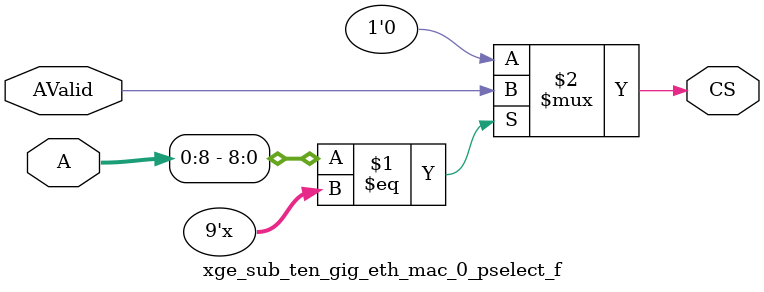
<source format=v>

`timescale 1ps / 1ps

module xge_sub_ten_gig_eth_mac_0_pselect_f (A, AValid, CS);

parameter C_AB  = 9;
parameter C_AW  = 32;
parameter [0:C_AW - 1] C_BAR =  'bz;
parameter C_FAMILY  = "nofamily";
input[0:C_AW-1] A; 
input AValid; 
output CS; 
wire CS;
parameter [0:C_AB-1]BAR = C_BAR[0:C_AB-1];

//----------------------------------------------------------------------------
// Build a behavioral decoder
//----------------------------------------------------------------------------
generate
if (C_AB > 0) begin : XST_WA
assign CS = (A[0:C_AB - 1] == BAR[0:C_AB - 1]) ? AValid : 1'b0 ;
end
endgenerate

generate
if (C_AB == 0) begin : PASS_ON_GEN
assign CS = AValid ;
end
endgenerate
endmodule

</source>
